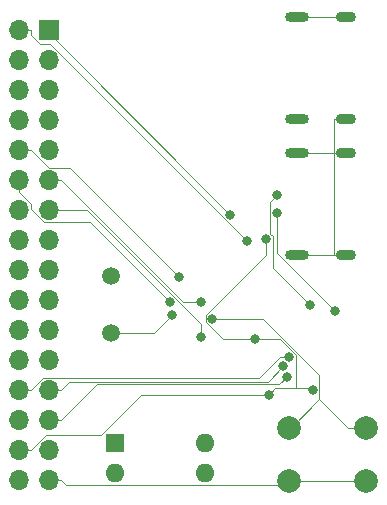
<source format=gbr>
%TF.GenerationSoftware,KiCad,Pcbnew,5.1.7+dfsg1-1~bpo10+1*%
%TF.CreationDate,2020-10-25T19:55:51+08:00*%
%TF.ProjectId,stm32-io-extend,73746d33-322d-4696-9f2d-657874656e64,rev?*%
%TF.SameCoordinates,Original*%
%TF.FileFunction,Copper,L2,Bot*%
%TF.FilePolarity,Positive*%
%FSLAX46Y46*%
G04 Gerber Fmt 4.6, Leading zero omitted, Abs format (unit mm)*
G04 Created by KiCad (PCBNEW 5.1.7+dfsg1-1~bpo10+1) date 2020-10-25 19:55:51*
%MOMM*%
%LPD*%
G01*
G04 APERTURE LIST*
%TA.AperFunction,ComponentPad*%
%ADD10O,2.000000X0.900000*%
%TD*%
%TA.AperFunction,ComponentPad*%
%ADD11O,1.700000X0.900000*%
%TD*%
%TA.AperFunction,ComponentPad*%
%ADD12R,1.700000X1.700000*%
%TD*%
%TA.AperFunction,ComponentPad*%
%ADD13O,1.700000X1.700000*%
%TD*%
%TA.AperFunction,ComponentPad*%
%ADD14R,1.600000X1.600000*%
%TD*%
%TA.AperFunction,ComponentPad*%
%ADD15O,1.600000X1.600000*%
%TD*%
%TA.AperFunction,ComponentPad*%
%ADD16C,2.000000*%
%TD*%
%TA.AperFunction,ComponentPad*%
%ADD17C,1.500000*%
%TD*%
%TA.AperFunction,ViaPad*%
%ADD18C,0.800000*%
%TD*%
%TA.AperFunction,Conductor*%
%ADD19C,0.100000*%
%TD*%
G04 APERTURE END LIST*
D10*
%TO.P,J1,S1*%
%TO.N,GND*%
X157570000Y-75320000D03*
X157570000Y-66680000D03*
D11*
X161740000Y-75320000D03*
X161740000Y-66680000D03*
%TD*%
%TO.P,J2,S1*%
%TO.N,GND*%
X161740000Y-78180000D03*
X161740000Y-86820000D03*
D10*
X157570000Y-78180000D03*
X157570000Y-86820000D03*
%TD*%
D12*
%TO.P,J3,1*%
%TO.N,/P1*%
X136600000Y-67800000D03*
D13*
%TO.P,J3,2*%
%TO.N,/P2*%
X134060000Y-67800000D03*
%TO.P,J3,3*%
%TO.N,/P3*%
X136600000Y-70340000D03*
%TO.P,J3,4*%
%TO.N,/P4*%
X134060000Y-70340000D03*
%TO.P,J3,5*%
%TO.N,/P5*%
X136600000Y-72880000D03*
%TO.P,J3,6*%
%TO.N,/P6*%
X134060000Y-72880000D03*
%TO.P,J3,7*%
%TO.N,/P7*%
X136600000Y-75420000D03*
%TO.P,J3,8*%
%TO.N,/P8*%
X134060000Y-75420000D03*
%TO.P,J3,9*%
%TO.N,/P9*%
X136600000Y-77960000D03*
%TO.P,J3,10*%
%TO.N,/P10*%
X134060000Y-77960000D03*
%TO.P,J3,11*%
%TO.N,/P11*%
X136600000Y-80500000D03*
%TO.P,J3,12*%
%TO.N,/P12*%
X134060000Y-80500000D03*
%TO.P,J3,13*%
%TO.N,/P13*%
X136600000Y-83040000D03*
%TO.P,J3,14*%
%TO.N,/P14*%
X134060000Y-83040000D03*
%TO.P,J3,15*%
%TO.N,/P15*%
X136600000Y-85580000D03*
%TO.P,J3,16*%
%TO.N,/P16*%
X134060000Y-85580000D03*
%TO.P,J3,17*%
%TO.N,/P17*%
X136600000Y-88120000D03*
%TO.P,J3,18*%
%TO.N,/P18*%
X134060000Y-88120000D03*
%TO.P,J3,19*%
%TO.N,/P19*%
X136600000Y-90660000D03*
%TO.P,J3,20*%
%TO.N,/P20*%
X134060000Y-90660000D03*
%TO.P,J3,21*%
%TO.N,/P21*%
X136600000Y-93200000D03*
%TO.P,J3,22*%
%TO.N,/P22*%
X134060000Y-93200000D03*
%TO.P,J3,23*%
%TO.N,/P23*%
X136600000Y-95740000D03*
%TO.P,J3,24*%
%TO.N,/P24*%
X134060000Y-95740000D03*
%TO.P,J3,25*%
%TO.N,/P25*%
X136600000Y-98280000D03*
%TO.P,J3,26*%
%TO.N,/P26*%
X134060000Y-98280000D03*
%TO.P,J3,27*%
%TO.N,/P27*%
X136600000Y-100820000D03*
%TO.P,J3,28*%
%TO.N,/P28*%
X134060000Y-100820000D03*
%TO.P,J3,29*%
%TO.N,/P29*%
X136600000Y-103360000D03*
%TO.P,J3,30*%
%TO.N,+3V3*%
X134060000Y-103360000D03*
%TO.P,J3,31*%
%TO.N,GND*%
X136600000Y-105900000D03*
%TO.P,J3,32*%
%TO.N,+5V*%
X134060000Y-105900000D03*
%TD*%
D14*
%TO.P,SW1,1*%
%TO.N,Net-(R2-Pad1)*%
X142200000Y-102800000D03*
D15*
%TO.P,SW1,3*%
%TO.N,/BOOT1*%
X149820000Y-105340000D03*
%TO.P,SW1,2*%
%TO.N,Net-(R1-Pad2)*%
X142200000Y-105340000D03*
%TO.P,SW1,4*%
%TO.N,/BOOT0*%
X149820000Y-102800000D03*
%TD*%
D16*
%TO.P,SW2,2*%
%TO.N,GND*%
X156900000Y-106000000D03*
%TO.P,SW2,1*%
%TO.N,/NRST*%
X156900000Y-101500000D03*
%TO.P,SW2,2*%
%TO.N,GND*%
X163400000Y-106000000D03*
%TO.P,SW2,1*%
%TO.N,/NRST*%
X163400000Y-101500000D03*
%TD*%
D17*
%TO.P,Y1,1*%
%TO.N,Net-(C13-Pad1)*%
X141800000Y-88600000D03*
%TO.P,Y1,2*%
%TO.N,Net-(C14-Pad1)*%
X141800000Y-93480000D03*
%TD*%
D18*
%TO.N,+3V3*%
X158923900Y-98288600D03*
X155192300Y-98703000D03*
X154964900Y-85469600D03*
X154042900Y-93977400D03*
%TO.N,/NRST*%
X150416600Y-92246600D03*
%TO.N,Net-(J2-PadA6)*%
X158678000Y-91085300D03*
X155909400Y-81750000D03*
%TO.N,Net-(J2-PadA7)*%
X160822100Y-91631400D03*
X155906800Y-83288700D03*
%TO.N,/P1*%
X151941100Y-83424300D03*
%TO.N,/P2*%
X153310900Y-85628900D03*
%TO.N,/P10*%
X147554700Y-88696200D03*
%TO.N,/P11*%
X149479800Y-90845500D03*
%TO.N,/P12*%
X146809000Y-90792800D03*
%TO.N,/P13*%
X149476000Y-93825700D03*
%TO.N,/P25*%
X156404000Y-96283900D03*
%TO.N,/P26*%
X156896700Y-95503100D03*
%TO.N,/P27*%
X156711400Y-97184300D03*
%TO.N,Net-(C14-Pad1)*%
X146981900Y-91962000D03*
%TD*%
D19*
%TO.N,GND*%
X156900000Y-106000000D02*
X163400000Y-106000000D01*
X137600300Y-105900000D02*
X138003800Y-106303500D01*
X138003800Y-106303500D02*
X156596500Y-106303500D01*
X156596500Y-106303500D02*
X156900000Y-106000000D01*
X161740000Y-66680000D02*
X157570000Y-66680000D01*
X160739700Y-86820000D02*
X158720300Y-86820000D01*
X161740000Y-86820000D02*
X160739700Y-86820000D01*
X160739700Y-86820000D02*
X160739700Y-78180000D01*
X160739700Y-78180000D02*
X161740000Y-78180000D01*
X157570000Y-78180000D02*
X160739700Y-78180000D01*
X160739700Y-78180000D02*
X160739700Y-75320000D01*
X161740000Y-75320000D02*
X160739700Y-75320000D01*
X136600000Y-105900000D02*
X137600300Y-105900000D01*
X157570000Y-86820000D02*
X158720300Y-86820000D01*
%TO.N,+3V3*%
X157502000Y-98144300D02*
X158779600Y-98144300D01*
X158779600Y-98144300D02*
X158923900Y-98288600D01*
X157502000Y-98144300D02*
X155751000Y-98144300D01*
X155751000Y-98144300D02*
X155192300Y-98703000D01*
X154042900Y-93977400D02*
X156152600Y-93977400D01*
X156152600Y-93977400D02*
X157502000Y-95326800D01*
X157502000Y-95326800D02*
X157502000Y-98144300D01*
X154042900Y-93977400D02*
X151339000Y-93977400D01*
X151339000Y-93977400D02*
X149864600Y-92503000D01*
X149864600Y-92503000D02*
X149864600Y-91946300D01*
X149864600Y-91946300D02*
X154964900Y-86846000D01*
X154964900Y-86846000D02*
X154964900Y-85469600D01*
X135060300Y-103360000D02*
X136330300Y-102090000D01*
X136330300Y-102090000D02*
X140980000Y-102090000D01*
X140980000Y-102090000D02*
X144367000Y-98703000D01*
X144367000Y-98703000D02*
X155192300Y-98703000D01*
X134060000Y-103360000D02*
X135060300Y-103360000D01*
%TO.N,/NRST*%
X159477300Y-99052200D02*
X157029500Y-101500000D01*
X157029500Y-101500000D02*
X156900000Y-101500000D01*
X150416600Y-92246600D02*
X154727300Y-92246600D01*
X154727300Y-92246600D02*
X159477300Y-96996600D01*
X159477300Y-96996600D02*
X159477300Y-99052200D01*
X163400000Y-101500000D02*
X161925100Y-101500000D01*
X161925100Y-101500000D02*
X159477300Y-99052200D01*
%TO.N,Net-(J2-PadA6)*%
X158678000Y-91085300D02*
X155515200Y-87922500D01*
X155515200Y-87922500D02*
X155515200Y-85226100D01*
X155515200Y-85226100D02*
X155323800Y-85034700D01*
X155323800Y-85034700D02*
X155323800Y-82335600D01*
X155323800Y-82335600D02*
X155909400Y-81750000D01*
%TO.N,Net-(J2-PadA7)*%
X160822100Y-91631400D02*
X155906800Y-86716100D01*
X155906800Y-86716100D02*
X155906800Y-83288700D01*
%TO.N,/P1*%
X151941100Y-83424300D02*
X136600000Y-68083200D01*
X136600000Y-68083200D02*
X136600000Y-67800000D01*
%TO.N,/P2*%
X135060300Y-67800000D02*
X135060300Y-68214600D01*
X135060300Y-68214600D02*
X135844800Y-68999100D01*
X135844800Y-68999100D02*
X136681100Y-68999100D01*
X136681100Y-68999100D02*
X153310900Y-85628900D01*
X134060000Y-67800000D02*
X135060300Y-67800000D01*
%TO.N,/P10*%
X135060300Y-77960000D02*
X136599900Y-79499600D01*
X136599900Y-79499600D02*
X138358100Y-79499600D01*
X138358100Y-79499600D02*
X147554700Y-88696200D01*
X134060000Y-77960000D02*
X135060300Y-77960000D01*
%TO.N,/P11*%
X136600000Y-80500000D02*
X137600300Y-80500000D01*
X137600300Y-80500000D02*
X147945800Y-90845500D01*
X147945800Y-90845500D02*
X149479800Y-90845500D01*
%TO.N,/P12*%
X134060000Y-81500300D02*
X135060300Y-82500600D01*
X135060300Y-82500600D02*
X135060300Y-82983500D01*
X135060300Y-82983500D02*
X136117200Y-84040400D01*
X136117200Y-84040400D02*
X140056600Y-84040400D01*
X140056600Y-84040400D02*
X146809000Y-90792800D01*
X134060000Y-80500000D02*
X134060000Y-81500300D01*
%TO.N,/P13*%
X136600000Y-83040000D02*
X139834700Y-83040000D01*
X139834700Y-83040000D02*
X149476000Y-92681300D01*
X149476000Y-92681300D02*
X149476000Y-93825700D01*
%TO.N,/P25*%
X137600300Y-98280000D02*
X138307600Y-97572700D01*
X138307600Y-97572700D02*
X155115200Y-97572700D01*
X155115200Y-97572700D02*
X156404000Y-96283900D01*
X136600000Y-98280000D02*
X137600300Y-98280000D01*
%TO.N,/P26*%
X135060300Y-98280000D02*
X136060600Y-97279700D01*
X136060600Y-97279700D02*
X154379200Y-97279700D01*
X154379200Y-97279700D02*
X156155800Y-95503100D01*
X156155800Y-95503100D02*
X156896700Y-95503100D01*
X134060000Y-98280000D02*
X135060300Y-98280000D01*
%TO.N,/P27*%
X156711400Y-97184300D02*
X156080900Y-97814800D01*
X156080900Y-97814800D02*
X140605500Y-97814800D01*
X140605500Y-97814800D02*
X137600300Y-100820000D01*
X136600000Y-100820000D02*
X137600300Y-100820000D01*
%TO.N,Net-(C14-Pad1)*%
X141800000Y-93480000D02*
X145463900Y-93480000D01*
X145463900Y-93480000D02*
X146981900Y-91962000D01*
%TD*%
M02*

</source>
